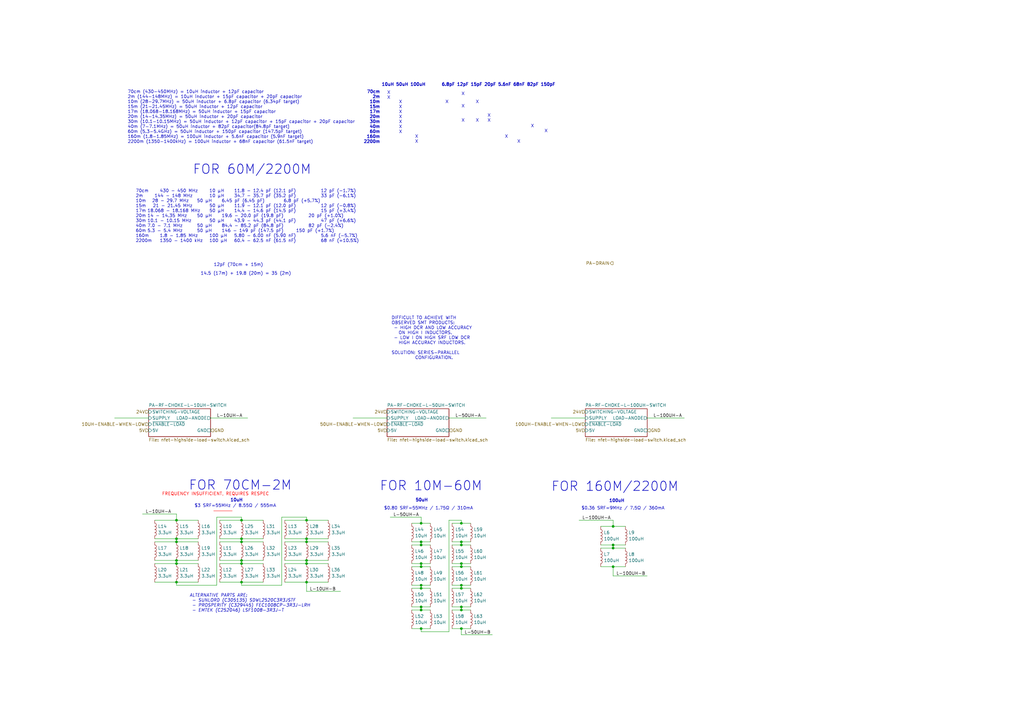
<source format=kicad_sch>
(kicad_sch (version 20231120) (generator "eeschema") (generator_version "8.0")
  (paper "A3")
  (lib_symbols
    (symbol "Device:L" (pin_numbers hide) (pin_names (offset 1.016) hide)
      (property "Reference" "L" (at -1.27 0 90))
      (property "Value" "L" (at 1.905 0 90))
      (symbol "L_0_1"
        (arc (start 0 -2.54) (mid 0.6323 -1.905) (end 0 -1.27))
        (arc (start 0 -1.27) (mid 0.6323 -0.635) (end 0 0))
        (arc (start 0 0) (mid 0.6323 0.635) (end 0 1.27))
        (arc (start 0 1.27) (mid 0.6323 1.905) (end 0 2.54))
      )
      (symbol "L_1_1"
        (pin passive line (at 0 3.81 270) (length 1.27) (name "1") (number "1"))
        (pin passive line (at 0 -3.81 90) (length 1.27) (name "2") (number "2"))
      )
    )
  )
  (junction (at 189.23 231.14))
  (junction (at 99.06 220.98))
  (junction (at 251.46 223.52))
  (junction (at 172.72 250.19))
  (junction (at 189.23 214.63))
  (junction (at 189.23 232.41))
  (junction (at 189.23 257.81))
  (junction (at 99.06 222.25))
  (junction (at 72.39 229.87))
  (junction (at 125.73 231.14))
  (junction (at 251.46 224.79))
  (junction (at 172.72 257.81))
  (junction (at 99.06 238.76))
  (junction (at 172.72 214.63))
  (junction (at 172.72 223.52))
  (junction (at 172.72 240.03))
  (junction (at 172.72 231.14))
  (junction (at 72.39 213.36))
  (junction (at 125.73 238.76))
  (junction (at 72.39 231.14))
  (junction (at 189.23 250.19))
  (junction (at 125.73 220.98))
  (junction (at 251.46 232.41))
  (junction (at 189.23 248.92))
  (junction (at 125.73 213.36))
  (junction (at 99.06 213.36))
  (junction (at 72.39 238.76))
  (junction (at 125.73 229.87))
  (junction (at 172.72 222.25))
  (junction (at 251.46 215.9))
  (junction (at 172.72 248.92))
  (junction (at 189.23 241.3))
  (junction (at 125.73 222.25))
  (junction (at 172.72 232.41))
  (junction (at 72.39 220.98))
  (junction (at 189.23 240.03))
  (junction (at 172.72 241.3))
  (junction (at 72.39 222.25))
  (junction (at 189.23 223.52))
  (junction (at 99.06 231.14))
  (junction (at 189.23 222.25))
  (junction (at 99.06 229.87))
  (wire (pts (xy 72.39 220.98) (xy 81.28 220.98)))
  (wire (pts (xy 90.17 220.98) (xy 99.06 220.98)))
  (wire (pts (xy 125.73 238.76) (xy 125.73 242.57)))
  (wire (pts (xy 246.38 215.9) (xy 251.46 215.9)))
  (wire (pts (xy 58.42 210.82) (xy 72.39 210.82)))
  (wire (pts (xy 185.42 250.19) (xy 189.23 250.19)))
  (wire (pts (xy 86.36 171.45) (xy 101.6 171.45)))
  (wire (pts (xy 189.23 222.25) (xy 189.23 223.52)))
  (wire (pts (xy 172.72 222.25) (xy 176.53 222.25)))
  (wire (pts (xy 125.73 231.14) (xy 134.62 231.14)))
  (wire (pts (xy 172.72 248.92) (xy 172.72 250.19)))
  (wire (pts (xy 189.23 257.81) (xy 189.23 260.35)))
  (wire (pts (xy 265.43 171.45) (xy 280.67 171.45)))
  (wire (pts (xy 115.57 212.09) (xy 115.57 240.03)))
  (wire (pts (xy 237.49 213.36) (xy 251.46 213.36)))
  (wire (pts (xy 72.39 231.14) (xy 81.28 231.14)))
  (wire (pts (xy 251.46 223.52) (xy 256.54 223.52)))
  (wire (pts (xy 189.23 241.3) (xy 193.04 241.3)))
  (wire (pts (xy 251.46 213.36) (xy 251.46 215.9)))
  (wire (pts (xy 72.39 213.36) (xy 81.28 213.36)))
  (wire (pts (xy 189.23 232.41) (xy 193.04 232.41)))
  (wire (pts (xy 226.06 171.45) (xy 240.03 171.45)))
  (wire (pts (xy 99.06 212.09) (xy 99.06 213.36)))
  (wire (pts (xy 168.91 250.19) (xy 172.72 250.19)))
  (wire (pts (xy 72.39 222.25) (xy 81.28 222.25)))
  (wire (pts (xy 125.73 229.87) (xy 134.62 229.87)))
  (wire (pts (xy 185.42 214.63) (xy 189.23 214.63)))
  (wire (pts (xy 172.72 257.81) (xy 176.53 257.81)))
  (wire (pts (xy 125.73 242.57) (xy 139.7 242.57)))
  (wire (pts (xy 189.23 248.92) (xy 189.23 250.19)))
  (wire (pts (xy 246.38 232.41) (xy 251.46 232.41)))
  (wire (pts (xy 90.17 229.87) (xy 99.06 229.87)))
  (wire (pts (xy 125.73 238.76) (xy 134.62 238.76)))
  (wire (pts (xy 99.06 220.98) (xy 107.95 220.98)))
  (wire (pts (xy 184.15 171.45) (xy 199.39 171.45)))
  (wire (pts (xy 72.39 229.87) (xy 72.39 231.14)))
  (wire (pts (xy 168.91 222.25) (xy 172.72 222.25)))
  (wire (pts (xy 116.84 213.36) (xy 125.73 213.36)))
  (wire (pts (xy 125.73 213.36) (xy 134.62 213.36)))
  (wire (pts (xy 99.06 229.87) (xy 99.06 231.14)))
  (wire (pts (xy 90.17 231.14) (xy 99.06 231.14)))
  (wire (pts (xy 63.5 213.36) (xy 72.39 213.36)))
  (wire (pts (xy 90.17 238.76) (xy 99.06 238.76)))
  (wire (pts (xy 116.84 229.87) (xy 125.73 229.87)))
  (wire (pts (xy 125.73 212.09) (xy 125.73 213.36)))
  (wire (pts (xy 88.9 240.03) (xy 88.9 212.09)))
  (wire (pts (xy 144.78 171.45) (xy 158.75 171.45)))
  (wire (pts (xy 172.72 240.03) (xy 172.72 241.3)))
  (wire (pts (xy 172.72 231.14) (xy 172.72 232.41)))
  (wire (pts (xy 72.39 238.76) (xy 81.28 238.76)))
  (wire (pts (xy 99.06 229.87) (xy 107.95 229.87)))
  (wire (pts (xy 168.91 214.63) (xy 172.72 214.63)))
  (wire (pts (xy 189.23 240.03) (xy 189.23 241.3)))
  (wire (pts (xy 189.23 231.14) (xy 189.23 232.41)))
  (wire (pts (xy 172.72 259.08) (xy 184.15 259.08)))
  (wire (pts (xy 172.72 257.81) (xy 172.72 259.08)))
  (wire (pts (xy 189.23 250.19) (xy 193.04 250.19)))
  (wire (pts (xy 251.46 236.22) (xy 265.43 236.22)))
  (wire (pts (xy 116.84 231.14) (xy 125.73 231.14)))
  (wire (pts (xy 189.23 260.35) (xy 201.93 260.35)))
  (wire (pts (xy 185.42 223.52) (xy 189.23 223.52)))
  (wire (pts (xy 172.72 232.41) (xy 176.53 232.41)))
  (wire (pts (xy 72.39 238.76) (xy 72.39 240.03)))
  (wire (pts (xy 63.5 238.76) (xy 72.39 238.76)))
  (wire (pts (xy 246.38 224.79) (xy 251.46 224.79)))
  (wire (pts (xy 172.72 212.09) (xy 172.72 214.63)))
  (wire (pts (xy 116.84 238.76) (xy 125.73 238.76)))
  (wire (pts (xy 90.17 213.36) (xy 99.06 213.36)))
  (wire (pts (xy 172.72 250.19) (xy 176.53 250.19)))
  (wire (pts (xy 46.99 171.45) (xy 60.96 171.45)))
  (wire (pts (xy 88.9 212.09) (xy 99.06 212.09)))
  (wire (pts (xy 63.5 231.14) (xy 72.39 231.14)))
  (wire (pts (xy 63.5 220.98) (xy 72.39 220.98)))
  (wire (pts (xy 184.15 213.36) (xy 189.23 213.36)))
  (wire (pts (xy 115.57 212.09) (xy 125.73 212.09)))
  (wire (pts (xy 63.5 222.25) (xy 72.39 222.25)))
  (wire (pts (xy 189.23 240.03) (xy 193.04 240.03)))
  (wire (pts (xy 172.72 223.52) (xy 176.53 223.52)))
  (wire (pts (xy 168.91 240.03) (xy 172.72 240.03)))
  (wire (pts (xy 99.06 238.76) (xy 99.06 240.03)))
  (wire (pts (xy 251.46 232.41) (xy 256.54 232.41)))
  (wire (pts (xy 72.39 240.03) (xy 88.9 240.03)))
  (wire (pts (xy 172.72 222.25) (xy 172.72 223.52)))
  (wire (pts (xy 125.73 222.25) (xy 134.62 222.25)))
  (wire (pts (xy 90.17 222.25) (xy 99.06 222.25)))
  (wire (pts (xy 185.42 231.14) (xy 189.23 231.14)))
  (wire (pts (xy 168.91 231.14) (xy 172.72 231.14)))
  (wire (pts (xy 185.42 222.25) (xy 189.23 222.25)))
  (wire (pts (xy 72.39 210.82) (xy 72.39 213.36)))
  (wire (pts (xy 185.42 232.41) (xy 189.23 232.41)))
  (wire (pts (xy 116.84 222.25) (xy 125.73 222.25)))
  (wire (pts (xy 185.42 241.3) (xy 189.23 241.3)))
  (wire (pts (xy 168.91 257.81) (xy 172.72 257.81)))
  (wire (pts (xy 168.91 241.3) (xy 172.72 241.3)))
  (wire (pts (xy 189.23 222.25) (xy 193.04 222.25)))
  (wire (pts (xy 246.38 223.52) (xy 251.46 223.52)))
  (wire (pts (xy 189.23 213.36) (xy 189.23 214.63)))
  (wire (pts (xy 63.5 229.87) (xy 72.39 229.87)))
  (wire (pts (xy 185.42 257.81) (xy 189.23 257.81)))
  (wire (pts (xy 189.23 214.63) (xy 193.04 214.63)))
  (wire (pts (xy 99.06 213.36) (xy 107.95 213.36)))
  (wire (pts (xy 99.06 220.98) (xy 99.06 222.25)))
  (wire (pts (xy 99.06 238.76) (xy 107.95 238.76)))
  (wire (pts (xy 168.91 248.92) (xy 172.72 248.92)))
  (wire (pts (xy 99.06 240.03) (xy 115.57 240.03)))
  (wire (pts (xy 172.72 214.63) (xy 176.53 214.63)))
  (wire (pts (xy 184.15 259.08) (xy 184.15 213.36)))
  (wire (pts (xy 72.39 220.98) (xy 72.39 222.25)))
  (wire (pts (xy 172.72 241.3) (xy 176.53 241.3)))
  (wire (pts (xy 99.06 222.25) (xy 107.95 222.25)))
  (wire (pts (xy 72.39 229.87) (xy 81.28 229.87)))
  (wire (pts (xy 99.06 231.14) (xy 107.95 231.14)))
  (wire (pts (xy 125.73 229.87) (xy 125.73 231.14)))
  (wire (pts (xy 189.23 223.52) (xy 193.04 223.52)))
  (wire (pts (xy 251.46 232.41) (xy 251.46 236.22)))
  (wire (pts (xy 172.72 231.14) (xy 176.53 231.14)))
  (wire (pts (xy 251.46 223.52) (xy 251.46 224.79)))
  (polyline (pts (xy 87.63 209.55) (xy 95.25 209.55)) (stroke (width 0) (color 255 0 0 1)))
  (wire (pts (xy 251.46 215.9) (xy 256.54 215.9)))
  (wire (pts (xy 172.72 248.92) (xy 176.53 248.92)))
  (wire (pts (xy 125.73 220.98) (xy 134.62 220.98)))
  (wire (pts (xy 189.23 231.14) (xy 193.04 231.14)))
  (wire (pts (xy 189.23 257.81) (xy 193.04 257.81)))
  (wire (pts (xy 172.72 240.03) (xy 176.53 240.03)))
  (wire (pts (xy 185.42 240.03) (xy 189.23 240.03)))
  (wire (pts (xy 189.23 248.92) (xy 193.04 248.92)))
  (wire (pts (xy 116.84 220.98) (xy 125.73 220.98)))
  (wire (pts (xy 160.02 212.09) (xy 172.72 212.09)))
  (wire (pts (xy 168.91 232.41) (xy 172.72 232.41)))
  (wire (pts (xy 168.91 223.52) (xy 172.72 223.52)))
  (wire (pts (xy 251.46 224.79) (xy 256.54 224.79)))
  (wire (pts (xy 125.73 220.98) (xy 125.73 222.25)))
  (wire (pts (xy 185.42 248.92) (xy 189.23 248.92)))
  (text "12pF (70cm + 15m)" (at 97.79 108.712 0) (effects (font (size 1.27 1.27))))
  (text "X" (at 189.23 37.846 0) (effects (font (size 1.27 1.27)) (justify left top)))
  (text "X" (at 212.09 57.404 0) (effects (font (size 1.27 1.27)) (justify left top)))
  (text "ALTERNATIVE PARTS ARE:\n - SUNLORD (C305135) SDWL2520C3R3JSTF\n - PROSPERITY (C329445) FEC1008CP-3R3J-LRH\n - EMTEK (C252046) LSF1008-3R3J-T" (at 77.724 247.396 0) (effects (font (size 1.27 1.27) (italic yes)) (justify left)))
  (text "X" (at 189.23 48.768 0) (effects (font (size 1.27 1.27)) (justify left top)))
  (text "FREQUENCY INSUFFICIENT, REQUIRES RESPEC" (at 88.392 202.692 0) (effects (font (size 1.27 1.27))))
  (text "50uH" (at 172.974 205.232 0) (effects (font (size 1.27 1.27) (thickness 0.254) (bold yes))))
  (text "X" (at 195.072 48.768 0) (effects (font (size 1.27 1.27)) (justify left top)))
  (text "$0.36 SRF=9MHz / 7.5Ω / 360mA" (at 255.524 208.534 0) (effects (font (size 1.27 1.27))))
  (text "X" (at 223.266 53.086 0) (effects (font (size 1.27 1.27)) (justify left top)))
  (text "X" (at 182.626 41.148 0) (effects (font (size 1.27 1.27)) (justify left top)))
  (text "FOR 10M-60M" (at 176.784 199.39 0) (effects (font (size 3.81 3.81) (thickness 0.254) (bold yes))))
  (text "X" (at 189.23 42.926 0) (effects (font (size 1.27 1.27)) (justify left top)))
  (text "X" (at 195.072 41.148 0) (effects (font (size 1.27 1.27)) (justify left top)))
  (text "100uH" (at 252.984 205.486 0) (effects (font (size 1.27 1.27) (thickness 0.254) (bold yes))))
  (text "70cm	430 - 450 MHz	10 µH	11.8 - 12.4 pF (12.1 pF)	12 pF (−1.7%)\n2m	   144 - 148 MHz	10 µH	34.7 - 35.7 pF (35.2 pF)	33 pF (−6.1%)\n10m	  28 - 29.7 MHz	50 µH	6.45 pF (6.45 pF)	6.8 pF (+5.7%)\n15m   21 - 21.45 MHz	50 µH	11.9 - 12.1 pF (12.0 pF)	12 pF (−0.8%)\n17m	18.068 - 18.168 MHz	50 µH	14.4 - 14.6 pF (14.5 pF)	15 pF (+3.4%)\n20m	14 - 14.35 MHz	50 µH	19.6 - 20.0 pF (19.8 pF)	20 pF (+1.0%)\n30m	10.1 - 10.15 MHz	50 µH	43.9 - 44.3 pF (44.1 pF)	47 pF (+6.6%)\n40m	7.0 - 7.1 MHz	50 µH	84.4 - 85.2 pF (84.8 pF)	82 pF (−2.4%)\n60m	5.3 - 5.4 MHz	50 µH	146 - 149 pF (147.5 pF)	150 pF (+1.7%)\n160m	1.8 - 1.85 MHz	100 µH	5.80 - 6.00 nF (5.90 nF)	5.6 nF (−5.7%)\n2200m	1350 - 1400 kHz	100 µH	60.4 - 62.5 nF (61.5 nF)	68 nF (+10.5%)" (at 55.626 88.646 0) (effects (font (size 1.27 1.27)) (justify left)))
  (text "FOR 160M/2200M" (at 252.222 199.644 0) (effects (font (size 3.81 3.81) (thickness 0.254) (bold yes))))
  (text "FOR 70CM-2M" (at 98.552 199.136 0) (effects (font (size 3.81 3.81) (thickness 0.254) (bold yes))))
  (text "$3 SRF=55MHz / 8.55Ω / 555mA" (at 96.52 207.518 0) (effects (font (size 1.27 1.27))))
  (text "X" (at 199.898 46.736 0) (effects (font (size 1.27 1.27)) (justify left top)))
  (text "FOR 60M/2200M" (at 103.378 69.596 0) (effects (font (size 3.81 3.81) (thickness 0.254) (bold yes))))
  (text "10uH" (at 97.028 205.232 0) (effects (font (size 1.27 1.27) (thickness 0.254) (bold yes))))
  (text "$0.80 SRF=55MHz / 1.75Ω / 310mA\n" (at 175.768 208.534 0) (effects (font (size 1.27 1.27))))
  (text "X" (at 217.678 51.054 0) (effects (font (size 1.27 1.27)) (justify left top)))
  (text "X\nX" (at 170.18 55.372 0) (effects (font (size 1.27 1.27)) (justify left top)))
  (text "14.5 (17m) + 19.8 (20m) = 35 (2m)" (at 100.838 112.268 0) (effects (font (size 1.27 1.27))))
  (text "70cm\n2m\n10m\n15m\n17m\n20m\n30m\n40m\n60m\n160m\n2200m" (at 155.956 48.006 0) (effects (font (size 1.27 1.27) (thickness 0.254) (bold yes)) (justify right)))
  (text "X\nX" (at 158.75 37.338 0) (effects (font (size 1.27 1.27)) (justify left top)))
  (text "X" (at 207.01 55.372 0) (effects (font (size 1.27 1.27)) (justify left top)))
  (text "X" (at 199.898 48.768 0) (effects (font (size 1.27 1.27)) (justify left top)))
  (text "\n\nX\nX\nX\nX\nX\nX\nX" (at 163.576 37.084 0) (effects (font (size 1.27 1.27)) (justify left top)))
  (text "DIFFICULT TO ACHIEVE WITH\nOBSERVED SMT PRODUCTS:\n - HIGH DCR AND LOW ACCURACY\n   ON HIGH I INDUCTORS.\n - LOW I ON HIGH SRF LOW DCR\n   HIGH ACCURACY INDUCTORS.\n\nSOLUTION: SERIES-PARALLEL\n          CONFIGURATION." (at 160.528 138.684 0) (effects (font (size 1.27 1.27)) (justify left)))
  (text "70cm (430-450MHz) = 10uH inductor + 12pF capacitor\n2m (144-148MHz) = 10uH inductor + 15pF capacitor + 20pF capacitor\n10m (28-29.7MHz) = 50uH inductor + 6.8pF capacitor (6.34pF target)\n15m (21-21.45MHz) = 50uH inductor + 12pF capacitor\n17m (18.068-18.168MHz) = 50uH inductor + 15pF capacitor\n20m (14-14.35MHz) = 50uH inductor + 20pF capacitor\n30m (10.1-10.15MHz) = 50uH inductor + 12pF capacitor + 15pF capacitor + 20pF capacitor\n40m (7-7.1MHz) = 50uH inductor + 82pF capacitor(84.8pF target)\n60m (5.3-5.4GHz) = 50uH inductor + 150pF capacitor (147.5pF target)\n160m (1.8-1.85MHz) = 100uH inductor + 5.6nF capacitor (5.9nF target)\n2200m (1350-1400kHz) = 100uH inductor + 68nF capacitor (61.5nF target)" (at 52.324 48.006 0) (effects (font (size 1.27 1.27)) (justify left)))
  (text "10uH 50uH 100uH       6.8pF 12pF 15pF 20pF 5.6nF 68nF 82pF 150pF" (at 156.464 34.798 0) (effects (font (size 1.27 1.27) (thickness 0.254) (bold yes)) (justify left)))
  (label "L-100UH-A" (at 267.97 171.45 0))
  (label "L-50UH-B" (at 190.5 260.35 0))
  (label "L-50UH-A" (at 186.69 171.45 0))
  (label "L-50UH-A" (at 161.29 212.09 0))
  (label "L-10UH-A" (at 59.69 210.82 0))
  (label "L-10UH-A" (at 88.9 171.45 0))
  (label "L-100UH-A" (at 238.76 213.36 0))
  (label "L-100UH-B" (at 252.73 236.22 0))
  (label "L-10UH-B" (at 127 242.57 0))
  (hierarchical_label "24V" (shape input) (at 158.75 168.91 180))
  (hierarchical_label "24V" (shape input) (at 240.03 168.91 180))
  (hierarchical_label "100UH-ENABLE-WHEN-LOW" (shape input) (at 240.03 173.99 180))
  (hierarchical_label "GND" (shape input) (at 184.15 176.53 0))
  (hierarchical_label "GND" (shape input) (at 86.36 176.53 0))
  (hierarchical_label "10UH-ENABLE-WHEN-LOW" (shape input) (at 60.96 173.99 180))
  (hierarchical_label "5V" (shape input) (at 240.03 176.53 180))
  (hierarchical_label "GND" (shape input) (at 265.43 176.53 0))
  (hierarchical_label "50UH-ENABLE-WHEN-LOW" (shape input) (at 158.75 173.99 180))
  (hierarchical_label "5V" (shape input) (at 60.96 176.53 180))
  (hierarchical_label "5V" (shape input) (at 158.75 176.53 180))
  (hierarchical_label "24V" (shape input) (at 60.96 168.91 180))
  (hierarchical_label "PA-DRAIN" (shape output) (at 251.46 107.95 180))
  (symbol (lib_id "Device:L") (at 134.62 226.06 0) (unit 1)
    (property "Reference" "L35" (at 135.89 224.7899 0) (effects (justify left)))
    (property "Value" "3.3uH" (at 135.89 227.3299 0) (effects (justify left)))
    (property "Footprint" "Inductor_SMD:L_1008_2520Metric" (effects (hide yes)))
    (property "Datasheet" "https://wmsc.lcsc.com/wmsc/upload/file/pdf/v2/lcsc/2304140030_TDK-NLV25T-3R3J-EFD_C295353.pdf" (effects (hide yes)))
    (property "Description" "185mA 3.3uH ±5% 1008 Power Inductors ROHS" (effects (hide yes)))
    (property "LCSC Part #" "C295353" (effects (hide yes)))
    (property "MPN" "NLV25T-3R3J-EFD" (effects (hide yes)))
    (property "Manufacturer" "TDK" (effects (hide yes)))
  )
  (symbol (lib_id "Device:L") (at 185.42 245.11 0) (unit 1)
    (property "Reference" "L57" (at 186.69 243.8399 0) (effects (justify left)))
    (property "Value" "10uH" (at 186.69 246.3799 0) (effects (justify left)))
    (property "Footprint" "Inductor_SMD:L_1008_2520Metric" (effects (hide yes)))
    (property "Datasheet" "https://wmsc.lcsc.com/wmsc/upload/file/pdf/v2/lcsc/2304140030_TDK-NLV25T-100J-PF_C76825.pdf" (effects (hide yes)))
    (property "Description" "155mA 10uH ±5% 1008 Power Inductors ROHS" (effects (hide yes)))
    (property "LCSC Part #" "C76825" (effects (hide yes)))
    (property "MPN" "NLV25T-100J-PF" (effects (hide yes)))
    (property "Manufacturer" "TDK" (effects (hide yes)))
  )
  (symbol (lib_id "Device:L") (at 193.04 218.44 0) (unit 1)
    (property "Reference" "L59" (at 194.31 217.1699 0) (effects (justify left)))
    (property "Value" "10uH" (at 194.31 219.7099 0) (effects (justify left)))
    (property "Footprint" "Inductor_SMD:L_1008_2520Metric" (effects (hide yes)))
    (property "Datasheet" "https://wmsc.lcsc.com/wmsc/upload/file/pdf/v2/lcsc/2304140030_TDK-NLV25T-100J-PF_C76825.pdf" (effects (hide yes)))
    (property "Description" "155mA 10uH ±5% 1008 Power Inductors ROHS" (effects (hide yes)))
    (property "LCSC Part #" "C76825" (effects (hide yes)))
    (property "MPN" "NLV25T-100J-PF" (effects (hide yes)))
    (property "Manufacturer" "TDK" (effects (hide yes)))
  )
  (symbol (lib_id "Device:L") (at 246.38 219.71 0) (unit 1)
    (property "Reference" "L6" (at 247.65 218.4399 0) (effects (justify left)))
    (property "Value" "100uH" (at 247.65 220.9799 0) (effects (justify left)))
    (property "Footprint" "Inductor_SMD:L_0805_2012Metric" (effects (hide yes)))
    (property "Datasheet" "https://wmsc.lcsc.com/wmsc/upload/file/pdf/v2/lcsc/2306021139_MetalLions-MLW2012RF-101KT_C2885956.pdf" (effects (hide yes)))
    (property "Description" "180mA 100uH ±10% 7.5Ω SMD,1.7x2.3mm Inductors (SMD) ROHS" (effects (hide yes)))
    (property "LCSC Part #" "C2885956" (effects (hide yes)))
    (property "MPN" "MLW2012RF-101KT" (effects (hide yes)))
    (property "Manufacturer" "MetalLions" (effects (hide yes)))
  )
  (symbol (lib_id "Device:L") (at 99.06 217.17 0) (unit 1)
    (property "Reference" "L25" (at 100.33 215.8999 0) (effects (justify left)))
    (property "Value" "3.3uH" (at 100.33 218.4399 0) (effects (justify left)))
    (property "Footprint" "Inductor_SMD:L_1008_2520Metric" (effects (hide yes)))
    (property "Datasheet" "https://wmsc.lcsc.com/wmsc/upload/file/pdf/v2/lcsc/2304140030_TDK-NLV25T-3R3J-EFD_C295353.pdf" (effects (hide yes)))
    (property "Description" "185mA 3.3uH ±5% 1008 Power Inductors ROHS" (effects (hide yes)))
    (property "LCSC Part #" "C295353" (effects (hide yes)))
    (property "MPN" "NLV25T-3R3J-EFD" (effects (hide yes)))
    (property "Manufacturer" "TDK" (effects (hide yes)))
  )
  (symbol (lib_id "Device:L") (at 81.28 226.06 0) (unit 1)
    (property "Reference" "L19" (at 82.55 224.7899 0) (effects (justify left)))
    (property "Value" "3.3uH" (at 82.55 227.3299 0) (effects (justify left)))
    (property "Footprint" "Inductor_SMD:L_1008_2520Metric" (effects (hide yes)))
    (property "Datasheet" "https://wmsc.lcsc.com/wmsc/upload/file/pdf/v2/lcsc/2304140030_TDK-NLV25T-3R3J-EFD_C295353.pdf" (effects (hide yes)))
    (property "Description" "185mA 3.3uH ±5% 1008 Power Inductors ROHS" (effects (hide yes)))
    (property "LCSC Part #" "C295353" (effects (hide yes)))
    (property "MPN" "NLV25T-3R3J-EFD" (effects (hide yes)))
    (property "Manufacturer" "TDK" (effects (hide yes)))
  )
  (symbol (lib_id "Device:L") (at 193.04 227.33 0) (unit 1)
    (property "Reference" "L60" (at 194.31 226.0599 0) (effects (justify left)))
    (property "Value" "10uH" (at 194.31 228.5999 0) (effects (justify left)))
    (property "Footprint" "Inductor_SMD:L_1008_2520Metric" (effects (hide yes)))
    (property "Datasheet" "https://wmsc.lcsc.com/wmsc/upload/file/pdf/v2/lcsc/2304140030_TDK-NLV25T-100J-PF_C76825.pdf" (effects (hide yes)))
    (property "Description" "155mA 10uH ±5% 1008 Power Inductors ROHS" (effects (hide yes)))
    (property "LCSC Part #" "C76825" (effects (hide yes)))
    (property "MPN" "NLV25T-100J-PF" (effects (hide yes)))
    (property "Manufacturer" "TDK" (effects (hide yes)))
  )
  (symbol (lib_id "Device:L") (at 246.38 228.6 0) (unit 1)
    (property "Reference" "L7" (at 247.65 227.3299 0) (effects (justify left)))
    (property "Value" "100uH" (at 247.65 229.8699 0) (effects (justify left)))
    (property "Footprint" "Inductor_SMD:L_0805_2012Metric" (effects (hide yes)))
    (property "Datasheet" "https://wmsc.lcsc.com/wmsc/upload/file/pdf/v2/lcsc/2306021139_MetalLions-MLW2012RF-101KT_C2885956.pdf" (effects (hide yes)))
    (property "Description" "180mA 100uH ±10% 7.5Ω SMD,1.7x2.3mm Inductors (SMD) ROHS" (effects (hide yes)))
    (property "LCSC Part #" "C2885956" (effects (hide yes)))
    (property "MPN" "MLW2012RF-101KT" (effects (hide yes)))
    (property "Manufacturer" "MetalLions" (effects (hide yes)))
  )
  (symbol (lib_id "Device:L") (at 90.17 217.17 0) (unit 1)
    (property "Reference" "L10" (at 91.44 215.8999 0) (effects (justify left)))
    (property "Value" "3.3uH" (at 91.44 218.4399 0) (effects (justify left)))
    (property "Footprint" "Inductor_SMD:L_1008_2520Metric" (effects (hide yes)))
    (property "Datasheet" "https://wmsc.lcsc.com/wmsc/upload/file/pdf/v2/lcsc/2304140030_TDK-NLV25T-3R3J-EFD_C295353.pdf" (effects (hide yes)))
    (property "Description" "185mA 3.3uH ±5% 1008 Power Inductors ROHS" (effects (hide yes)))
    (property "LCSC Part #" "C295353" (effects (hide yes)))
    (property "MPN" "NLV25T-3R3J-EFD" (effects (hide yes)))
    (property "Manufacturer" "TDK" (effects (hide yes)))
  )
  (symbol (lib_id "Device:L") (at 107.95 226.06 0) (unit 1)
    (property "Reference" "L32" (at 109.22 224.7899 0) (effects (justify left)))
    (property "Value" "3.3uH" (at 109.22 227.3299 0) (effects (justify left)))
    (property "Footprint" "Inductor_SMD:L_1008_2520Metric" (effects (hide yes)))
    (property "Datasheet" "https://wmsc.lcsc.com/wmsc/upload/file/pdf/v2/lcsc/2304140030_TDK-NLV25T-3R3J-EFD_C295353.pdf" (effects (hide yes)))
    (property "Description" "185mA 3.3uH ±5% 1008 Power Inductors ROHS" (effects (hide yes)))
    (property "LCSC Part #" "C295353" (effects (hide yes)))
    (property "MPN" "NLV25T-3R3J-EFD" (effects (hide yes)))
    (property "Manufacturer" "TDK" (effects (hide yes)))
  )
  (symbol (lib_id "Device:L") (at 168.91 245.11 0) (unit 1)
    (property "Reference" "L50" (at 170.18 243.8399 0) (effects (justify left)))
    (property "Value" "10uH" (at 170.18 246.3799 0) (effects (justify left)))
    (property "Footprint" "Inductor_SMD:L_1008_2520Metric" (effects (hide yes)))
    (property "Datasheet" "https://wmsc.lcsc.com/wmsc/upload/file/pdf/v2/lcsc/2304140030_TDK-NLV25T-100J-PF_C76825.pdf" (effects (hide yes)))
    (property "Description" "155mA 10uH ±5% 1008 Power Inductors ROHS" (effects (hide yes)))
    (property "LCSC Part #" "C76825" (effects (hide yes)))
    (property "MPN" "NLV25T-100J-PF" (effects (hide yes)))
    (property "Manufacturer" "TDK" (effects (hide yes)))
  )
  (symbol (lib_id "Device:L") (at 176.53 236.22 0) (unit 1)
    (property "Reference" "L49" (at 177.8 234.9499 0) (effects (justify left)))
    (property "Value" "10uH" (at 177.8 237.4899 0) (effects (justify left)))
    (property "Footprint" "Inductor_SMD:L_1008_2520Metric" (effects (hide yes)))
    (property "Datasheet" "https://wmsc.lcsc.com/wmsc/upload/file/pdf/v2/lcsc/2304140030_TDK-NLV25T-100J-PF_C76825.pdf" (effects (hide yes)))
    (property "Description" "155mA 10uH ±5% 1008 Power Inductors ROHS" (effects (hide yes)))
    (property "LCSC Part #" "C76825" (effects (hide yes)))
    (property "MPN" "NLV25T-100J-PF" (effects (hide yes)))
    (property "Manufacturer" "TDK" (effects (hide yes)))
  )
  (symbol (lib_id "Device:L") (at 99.06 226.06 0) (unit 1)
    (property "Reference" "L26" (at 100.33 224.7899 0) (effects (justify left)))
    (property "Value" "3.3uH" (at 100.33 227.3299 0) (effects (justify left)))
    (property "Footprint" "Inductor_SMD:L_1008_2520Metric" (effects (hide yes)))
    (property "Datasheet" "https://wmsc.lcsc.com/wmsc/upload/file/pdf/v2/lcsc/2304140030_TDK-NLV25T-3R3J-EFD_C295353.pdf" (effects (hide yes)))
    (property "Description" "185mA 3.3uH ±5% 1008 Power Inductors ROHS" (effects (hide yes)))
    (property "LCSC Part #" "C295353" (effects (hide yes)))
    (property "MPN" "NLV25T-3R3J-EFD" (effects (hide yes)))
    (property "Manufacturer" "TDK" (effects (hide yes)))
  )
  (symbol (lib_id "Device:L") (at 125.73 226.06 0) (unit 1)
    (property "Reference" "L29" (at 127 224.7899 0) (effects (justify left)))
    (property "Value" "3.3uH" (at 127 227.3299 0) (effects (justify left)))
    (property "Footprint" "Inductor_SMD:L_1008_2520Metric" (effects (hide yes)))
    (property "Datasheet" "https://wmsc.lcsc.com/wmsc/upload/file/pdf/v2/lcsc/2304140030_TDK-NLV25T-3R3J-EFD_C295353.pdf" (effects (hide yes)))
    (property "Description" "185mA 3.3uH ±5% 1008 Power Inductors ROHS" (effects (hide yes)))
    (property "LCSC Part #" "C295353" (effects (hide yes)))
    (property "MPN" "NLV25T-3R3J-EFD" (effects (hide yes)))
    (property "Manufacturer" "TDK" (effects (hide yes)))
  )
  (symbol (lib_id "Device:L") (at 134.62 217.17 0) (unit 1)
    (property "Reference" "L34" (at 135.89 215.8999 0) (effects (justify left)))
    (property "Value" "3.3uH" (at 135.89 218.4399 0) (effects (justify left)))
    (property "Footprint" "Inductor_SMD:L_1008_2520Metric" (effects (hide yes)))
    (property "Datasheet" "https://wmsc.lcsc.com/wmsc/upload/file/pdf/v2/lcsc/2304140030_TDK-NLV25T-3R3J-EFD_C295353.pdf" (effects (hide yes)))
    (property "Description" "185mA 3.3uH ±5% 1008 Power Inductors ROHS" (effects (hide yes)))
    (property "LCSC Part #" "C295353" (effects (hide yes)))
    (property "MPN" "NLV25T-3R3J-EFD" (effects (hide yes)))
    (property "Manufacturer" "TDK" (effects (hide yes)))
  )
  (symbol (lib_id "Device:L") (at 81.28 217.17 0) (unit 1)
    (property "Reference" "L16" (at 82.55 215.8999 0) (effects (justify left)))
    (property "Value" "3.3uH" (at 82.55 218.4399 0) (effects (justify left)))
    (property "Footprint" "Inductor_SMD:L_1008_2520Metric" (effects (hide yes)))
    (property "Datasheet" "https://wmsc.lcsc.com/wmsc/upload/file/pdf/v2/lcsc/2304140030_TDK-NLV25T-3R3J-EFD_C295353.pdf" (effects (hide yes)))
    (property "Description" "185mA 3.3uH ±5% 1008 Power Inductors ROHS" (effects (hide yes)))
    (property "LCSC Part #" "C295353" (effects (hide yes)))
    (property "MPN" "NLV25T-3R3J-EFD" (effects (hide yes)))
    (property "Manufacturer" "TDK" (effects (hide yes)))
  )
  (symbol (lib_id "Device:L") (at 176.53 245.11 0) (unit 1)
    (property "Reference" "L51" (at 177.8 243.8399 0) (effects (justify left)))
    (property "Value" "10uH" (at 177.8 246.3799 0) (effects (justify left)))
    (property "Footprint" "Inductor_SMD:L_1008_2520Metric" (effects (hide yes)))
    (property "Datasheet" "https://wmsc.lcsc.com/wmsc/upload/file/pdf/v2/lcsc/2304140030_TDK-NLV25T-100J-PF_C76825.pdf" (effects (hide yes)))
    (property "Description" "155mA 10uH ±5% 1008 Power Inductors ROHS" (effects (hide yes)))
    (property "LCSC Part #" "C76825" (effects (hide yes)))
    (property "MPN" "NLV25T-100J-PF" (effects (hide yes)))
    (property "Manufacturer" "TDK" (effects (hide yes)))
  )
  (symbol (lib_id "Device:L") (at 81.28 234.95 0) (unit 1)
    (property "Reference" "L22" (at 82.55 233.6799 0) (effects (justify left)))
    (property "Value" "3.3uH" (at 82.55 236.2199 0) (effects (justify left)))
    (property "Footprint" "Inductor_SMD:L_1008_2520Metric" (effects (hide yes)))
    (property "Datasheet" "https://wmsc.lcsc.com/wmsc/upload/file/pdf/v2/lcsc/2304140030_TDK-NLV25T-3R3J-EFD_C295353.pdf" (effects (hide yes)))
    (property "Description" "185mA 3.3uH ±5% 1008 Power Inductors ROHS" (effects (hide yes)))
    (property "LCSC Part #" "C295353" (effects (hide yes)))
    (property "MPN" "NLV25T-3R3J-EFD" (effects (hide yes)))
    (property "Manufacturer" "TDK" (effects (hide yes)))
  )
  (symbol (lib_id "Device:L") (at 176.53 254 0) (unit 1)
    (property "Reference" "L53" (at 177.8 252.7299 0) (effects (justify left)))
    (property "Value" "10uH" (at 177.8 255.2699 0) (effects (justify left)))
    (property "Footprint" "Inductor_SMD:L_1008_2520Metric" (effects (hide yes)))
    (property "Datasheet" "https://wmsc.lcsc.com/wmsc/upload/file/pdf/v2/lcsc/2304140030_TDK-NLV25T-100J-PF_C76825.pdf" (effects (hide yes)))
    (property "Description" "155mA 10uH ±5% 1008 Power Inductors ROHS" (effects (hide yes)))
    (property "LCSC Part #" "C76825" (effects (hide yes)))
    (property "MPN" "NLV25T-100J-PF" (effects (hide yes)))
    (property "Manufacturer" "TDK" (effects (hide yes)))
  )
  (symbol (lib_id "Device:L") (at 63.5 217.17 0) (unit 1)
    (property "Reference" "L14" (at 64.77 215.8999 0) (effects (justify left)))
    (property "Value" "3.3uH" (at 64.77 218.4399 0) (effects (justify left)))
    (property "Footprint" "Inductor_SMD:L_1008_2520Metric" (effects (hide yes)))
    (property "Datasheet" "https://wmsc.lcsc.com/wmsc/upload/file/pdf/v2/lcsc/2304140030_TDK-NLV25T-3R3J-EFD_C295353.pdf" (effects (hide yes)))
    (property "Description" "185mA 3.3uH ±5% 1008 Power Inductors ROHS" (effects (hide yes)))
    (property "LCSC Part #" "C295353" (effects (hide yes)))
    (property "MPN" "NLV25T-3R3J-EFD" (effects (hide yes)))
    (property "Manufacturer" "TDK" (effects (hide yes)))
  )
  (symbol (lib_id "Device:L") (at 116.84 217.17 0) (unit 1)
    (property "Reference" "L13" (at 118.11 215.8999 0) (effects (justify left)))
    (property "Value" "3.3uH" (at 118.11 218.4399 0) (effects (justify left)))
    (property "Footprint" "Inductor_SMD:L_1008_2520Metric" (effects (hide yes)))
    (property "Datasheet" "https://wmsc.lcsc.com/wmsc/upload/file/pdf/v2/lcsc/2304140030_TDK-NLV25T-3R3J-EFD_C295353.pdf" (effects (hide yes)))
    (property "Description" "185mA 3.3uH ±5% 1008 Power Inductors ROHS" (effects (hide yes)))
    (property "LCSC Part #" "C295353" (effects (hide yes)))
    (property "MPN" "NLV25T-3R3J-EFD" (effects (hide yes)))
    (property "Manufacturer" "TDK" (effects (hide yes)))
  )
  (symbol (lib_id "Device:L") (at 107.95 234.95 0) (unit 1)
    (property "Reference" "L33" (at 109.22 233.6799 0) (effects (justify left)))
    (property "Value" "3.3uH" (at 109.22 236.2199 0) (effects (justify left)))
    (property "Footprint" "Inductor_SMD:L_1008_2520Metric" (effects (hide yes)))
    (property "Datasheet" "https://wmsc.lcsc.com/wmsc/upload/file/pdf/v2/lcsc/2304140030_TDK-NLV25T-3R3J-EFD_C295353.pdf" (effects (hide yes)))
    (property "Description" "185mA 3.3uH ±5% 1008 Power Inductors ROHS" (effects (hide yes)))
    (property "LCSC Part #" "C295353" (effects (hide yes)))
    (property "MPN" "NLV25T-3R3J-EFD" (effects (hide yes)))
    (property "Manufacturer" "TDK" (effects (hide yes)))
  )
  (symbol (lib_id "Device:L") (at 90.17 234.95 0) (unit 1)
    (property "Reference" "L12" (at 91.44 233.6799 0) (effects (justify left)))
    (property "Value" "3.3uH" (at 91.44 236.2199 0) (effects (justify left)))
    (property "Footprint" "Inductor_SMD:L_1008_2520Metric" (effects (hide yes)))
    (property "Datasheet" "https://wmsc.lcsc.com/wmsc/upload/file/pdf/v2/lcsc/2304140030_TDK-NLV25T-3R3J-EFD_C295353.pdf" (effects (hide yes)))
    (property "Description" "185mA 3.3uH ±5% 1008 Power Inductors ROHS" (effects (hide yes)))
    (property "LCSC Part #" "C295353" (effects (hide yes)))
    (property "MPN" "NLV25T-3R3J-EFD" (effects (hide yes)))
    (property "Manufacturer" "TDK" (effects (hide yes)))
  )
  (symbol (lib_id "Device:L") (at 256.54 219.71 0) (unit 1)
    (property "Reference" "L9" (at 257.81 218.4399 0) (effects (justify left)))
    (property "Value" "100uH" (at 257.81 220.9799 0) (effects (justify left)))
    (property "Footprint" "Inductor_SMD:L_0805_2012Metric" (effects (hide yes)))
    (property "Datasheet" "https://wmsc.lcsc.com/wmsc/upload/file/pdf/v2/lcsc/2306021139_MetalLions-MLW2012RF-101KT_C2885956.pdf" (effects (hide yes)))
    (property "Description" "180mA 100uH ±10% 7.5Ω SMD,1.7x2.3mm Inductors (SMD) ROHS" (effects (hide yes)))
    (property "LCSC Part #" "C2885956" (effects (hide yes)))
    (property "MPN" "MLW2012RF-101KT" (effects (hide yes)))
    (property "Manufacturer" "MetalLions" (effects (hide yes)))
  )
  (symbol (lib_id "Device:L") (at 107.95 217.17 0) (unit 1)
    (property "Reference" "L31" (at 109.22 215.8999 0) (effects (justify left)))
    (property "Value" "3.3uH" (at 109.22 218.4399 0) (effects (justify left)))
    (property "Footprint" "Inductor_SMD:L_1008_2520Metric" (effects (hide yes)))
    (property "Datasheet" "https://wmsc.lcsc.com/wmsc/upload/file/pdf/v2/lcsc/2304140030_TDK-NLV25T-3R3J-EFD_C295353.pdf" (effects (hide yes)))
    (property "Description" "185mA 3.3uH ±5% 1008 Power Inductors ROHS" (effects (hide yes)))
    (property "LCSC Part #" "C295353" (effects (hide yes)))
    (property "MPN" "NLV25T-3R3J-EFD" (effects (hide yes)))
    (property "Manufacturer" "TDK" (effects (hide yes)))
  )
  (symbol (lib_id "Device:L") (at 185.42 254 0) (unit 1)
    (property "Reference" "L58" (at 186.69 252.7299 0) (effects (justify left)))
    (property "Value" "10uH" (at 186.69 255.2699 0) (effects (justify left)))
    (property "Footprint" "Inductor_SMD:L_1008_2520Metric" (effects (hide yes)))
    (property "Datasheet" "https://wmsc.lcsc.com/wmsc/upload/file/pdf/v2/lcsc/2304140030_TDK-NLV25T-100J-PF_C76825.pdf" (effects (hide yes)))
    (property "Description" "155mA 10uH ±5% 1008 Power Inductors ROHS" (effects (hide yes)))
    (property "LCSC Part #" "C76825" (effects (hide yes)))
    (property "MPN" "NLV25T-100J-PF" (effects (hide yes)))
    (property "Manufacturer" "TDK" (effects (hide yes)))
  )
  (symbol (lib_id "Device:L") (at 72.39 234.95 0) (unit 1)
    (property "Reference" "L21" (at 73.66 233.6799 0) (effects (justify left)))
    (property "Value" "3.3uH" (at 73.66 236.2199 0) (effects (justify left)))
    (property "Footprint" "Inductor_SMD:L_1008_2520Metric" (effects (hide yes)))
    (property "Datasheet" "https://wmsc.lcsc.com/wmsc/upload/file/pdf/v2/lcsc/2304140030_TDK-NLV25T-3R3J-EFD_C295353.pdf" (effects (hide yes)))
    (property "Description" "185mA 3.3uH ±5% 1008 Power Inductors ROHS" (effects (hide yes)))
    (property "LCSC Part #" "C295353" (effects (hide yes)))
    (property "MPN" "NLV25T-3R3J-EFD" (effects (hide yes)))
    (property "Manufacturer" "TDK" (effects (hide yes)))
  )
  (symbol (lib_id "Device:L") (at 125.73 217.17 0) (unit 1)
    (property "Reference" "L28" (at 127 215.8999 0) (effects (justify left)))
    (property "Value" "3.3uH" (at 127 218.4399 0) (effects (justify left)))
    (property "Footprint" "Inductor_SMD:L_1008_2520Metric" (effects (hide yes)))
    (property "Datasheet" "https://wmsc.lcsc.com/wmsc/upload/file/pdf/v2/lcsc/2304140030_TDK-NLV25T-3R3J-EFD_C295353.pdf" (effects (hide yes)))
    (property "Description" "185mA 3.3uH ±5% 1008 Power Inductors ROHS" (effects (hide yes)))
    (property "LCSC Part #" "C295353" (effects (hide yes)))
    (property "MPN" "NLV25T-3R3J-EFD" (effects (hide yes)))
    (property "Manufacturer" "TDK" (effects (hide yes)))
  )
  (symbol (lib_id "Device:L") (at 116.84 234.95 0) (unit 1)
    (property "Reference" "L24" (at 118.11 233.6799 0) (effects (justify left)))
    (property "Value" "3.3uH" (at 118.11 236.2199 0) (effects (justify left)))
    (property "Footprint" "Inductor_SMD:L_1008_2520Metric" (effects (hide yes)))
    (property "Datasheet" "https://wmsc.lcsc.com/wmsc/upload/file/pdf/v2/lcsc/2304140030_TDK-NLV25T-3R3J-EFD_C295353.pdf" (effects (hide yes)))
    (property "Description" "185mA 3.3uH ±5% 1008 Power Inductors ROHS" (effects (hide yes)))
    (property "LCSC Part #" "C295353" (effects (hide yes)))
    (property "MPN" "NLV25T-3R3J-EFD" (effects (hide yes)))
    (property "Manufacturer" "TDK" (effects (hide yes)))
  )
  (symbol (lib_id "Device:L") (at 99.06 234.95 0) (unit 1)
    (property "Reference" "L27" (at 100.33 233.6799 0) (effects (justify left)))
    (property "Value" "3.3uH" (at 100.33 236.2199 0) (effects (justify left)))
    (property "Footprint" "Inductor_SMD:L_1008_2520Metric" (effects (hide yes)))
    (property "Datasheet" "https://wmsc.lcsc.com/wmsc/upload/file/pdf/v2/lcsc/2304140030_TDK-NLV25T-3R3J-EFD_C295353.pdf" (effects (hide yes)))
    (property "Description" "185mA 3.3uH ±5% 1008 Power Inductors ROHS" (effects (hide yes)))
    (property "LCSC Part #" "C295353" (effects (hide yes)))
    (property "MPN" "NLV25T-3R3J-EFD" (effects (hide yes)))
    (property "Manufacturer" "TDK" (effects (hide yes)))
  )
  (symbol (lib_id "Device:L") (at 90.17 226.06 0) (unit 1)
    (property "Reference" "L11" (at 91.44 224.7899 0) (effects (justify left)))
    (property "Value" "3.3uH" (at 91.44 227.3299 0) (effects (justify left)))
    (property "Footprint" "Inductor_SMD:L_1008_2520Metric" (effects (hide yes)))
    (property "Datasheet" "https://wmsc.lcsc.com/wmsc/upload/file/pdf/v2/lcsc/2304140030_TDK-NLV25T-3R3J-EFD_C295353.pdf" (effects (hide yes)))
    (property "Description" "185mA 3.3uH ±5% 1008 Power Inductors ROHS" (effects (hide yes)))
    (property "LCSC Part #" "C295353" (effects (hide yes)))
    (property "MPN" "NLV25T-3R3J-EFD" (effects (hide yes)))
    (property "Manufacturer" "TDK" (effects (hide yes)))
  )
  (symbol (lib_id "Device:L") (at 176.53 227.33 0) (unit 1)
    (property "Reference" "L47" (at 177.8 226.0599 0) (effects (justify left)))
    (property "Value" "10uH" (at 177.8 228.5999 0) (effects (justify left)))
    (property "Footprint" "Inductor_SMD:L_1008_2520Metric" (effects (hide yes)))
    (property "Datasheet" "https://wmsc.lcsc.com/wmsc/upload/file/pdf/v2/lcsc/2304140030_TDK-NLV25T-100J-PF_C76825.pdf" (effects (hide yes)))
    (property "Description" "155mA 10uH ±5% 1008 Power Inductors ROHS" (effects (hide yes)))
    (property "LCSC Part #" "C76825" (effects (hide yes)))
    (property "MPN" "NLV25T-100J-PF" (effects (hide yes)))
    (property "Manufacturer" "TDK" (effects (hide yes)))
  )
  (symbol (lib_id "Device:L") (at 125.73 234.95 0) (unit 1)
    (property "Reference" "L30" (at 127 233.6799 0) (effects (justify left)))
    (property "Value" "3.3uH" (at 127 236.2199 0) (effects (justify left)))
    (property "Footprint" "Inductor_SMD:L_1008_2520Metric" (effects (hide yes)))
    (property "Datasheet" "https://wmsc.lcsc.com/wmsc/upload/file/pdf/v2/lcsc/2304140030_TDK-NLV25T-3R3J-EFD_C295353.pdf" (effects (hide yes)))
    (property "Description" "185mA 3.3uH ±5% 1008 Power Inductors ROHS" (effects (hide yes)))
    (property "LCSC Part #" "C295353" (effects (hide yes)))
    (property "MPN" "NLV25T-3R3J-EFD" (effects (hide yes)))
    (property "Manufacturer" "TDK" (effects (hide yes)))
  )
  (symbol (lib_id "Device:L") (at 168.91 218.44 0) (unit 1)
    (property "Reference" "L44" (at 170.18 217.1699 0) (effects (justify left)))
    (property "Value" "10uH" (at 170.18 219.7099 0) (effects (justify left)))
    (property "Footprint" "Inductor_SMD:L_1008_2520Metric" (effects (hide yes)))
    (property "Datasheet" "https://wmsc.lcsc.com/wmsc/upload/file/pdf/v2/lcsc/2304140030_TDK-NLV25T-100J-PF_C76825.pdf" (effects (hide yes)))
    (property "Description" "155mA 10uH ±5% 1008 Power Inductors ROHS" (effects (hide yes)))
    (property "LCSC Part #" "C76825" (effects (hide yes)))
    (property "MPN" "NLV25T-100J-PF" (effects (hide yes)))
    (property "Manufacturer" "TDK" (effects (hide yes)))
  )
  (symbol (lib_id "Device:L") (at 193.04 254 0) (unit 1)
    (property "Reference" "L63" (at 194.31 252.7299 0) (effects (justify left)))
    (property "Value" "10uH" (at 194.31 255.2699 0) (effects (justify left)))
    (property "Footprint" "Inductor_SMD:L_1008_2520Metric" (effects (hide yes)))
    (property "Datasheet" "https://wmsc.lcsc.com/wmsc/upload/file/pdf/v2/lcsc/2304140030_TDK-NLV25T-100J-PF_C76825.pdf" (effects (hide yes)))
    (property "Description" "155mA 10uH ±5% 1008 Power Inductors ROHS" (effects (hide yes)))
    (property "LCSC Part #" "C76825" (effects (hide yes)))
    (property "MPN" "NLV25T-100J-PF" (effects (hide yes)))
    (property "Manufacturer" "TDK" (effects (hide yes)))
  )
  (symbol (lib_id "Device:L") (at 185.42 236.22 0) (unit 1)
    (property "Reference" "L56" (at 186.69 234.9499 0) (effects (justify left)))
    (property "Value" "10uH" (at 186.69 237.4899 0) (effects (justify left)))
    (property "Footprint" "Inductor_SMD:L_1008_2520Metric" (effects (hide yes)))
    (property "Datasheet" "https://wmsc.lcsc.com/wmsc/upload/file/pdf/v2/lcsc/2304140030_TDK-NLV25T-100J-PF_C76825.pdf" (effects (hide yes)))
    (property "Description" "155mA 10uH ±5% 1008 Power Inductors ROHS" (effects (hide yes)))
    (property "LCSC Part #" "C76825" (effects (hide yes)))
    (property "MPN" "NLV25T-100J-PF" (effects (hide yes)))
    (property "Manufacturer" "TDK" (effects (hide yes)))
  )
  (symbol (lib_id "Device:L") (at 256.54 228.6 0) (unit 1)
    (property "Reference" "L8" (at 257.81 227.3299 0) (effects (justify left)))
    (property "Value" "100uH" (at 257.81 229.8699 0) (effects (justify left)))
    (property "Footprint" "Inductor_SMD:L_0805_2012Metric" (effects (hide yes)))
    (property "Datasheet" "https://wmsc.lcsc.com/wmsc/upload/file/pdf/v2/lcsc/2306021139_MetalLions-MLW2012RF-101KT_C2885956.pdf" (effects (hide yes)))
    (property "Description" "180mA 100uH ±10% 7.5Ω SMD,1.7x2.3mm Inductors (SMD) ROHS" (effects (hide yes)))
    (property "LCSC Part #" "C2885956" (effects (hide yes)))
    (property "MPN" "MLW2012RF-101KT" (effects (hide yes)))
    (property "Manufacturer" "MetalLions" (effects (hide yes)))
  )
  (symbol (lib_id "Device:L") (at 72.39 217.17 0) (unit 1)
    (property "Reference" "L15" (at 73.66 215.8999 0) (effects (justify left)))
    (property "Value" "3.3uH" (at 73.66 218.4399 0) (effects (justify left)))
    (property "Footprint" "Inductor_SMD:L_1008_2520Metric" (effects (hide yes)))
    (property "Datasheet" "https://wmsc.lcsc.com/wmsc/upload/file/pdf/v2/lcsc/2304140030_TDK-NLV25T-3R3J-EFD_C295353.pdf" (effects (hide yes)))
    (property "Description" "185mA 3.3uH ±5% 1008 Power Inductors ROHS" (effects (hide yes)))
    (property "LCSC Part #" "C295353" (effects (hide yes)))
    (property "MPN" "NLV25T-3R3J-EFD" (effects (hide yes)))
    (property "Manufacturer" "TDK" (effects (hide yes)))
  )
  (symbol (lib_id "Device:L") (at 168.91 227.33 0) (unit 1)
    (property "Reference" "L46" (at 170.18 226.0599 0) (effects (justify left)))
    (property "Value" "10uH" (at 170.18 228.5999 0) (effects (justify left)))
    (property "Footprint" "Inductor_SMD:L_1008_2520Metric" (effects (hide yes)))
    (property "Datasheet" "https://wmsc.lcsc.com/wmsc/upload/file/pdf/v2/lcsc/2304140030_TDK-NLV25T-100J-PF_C76825.pdf" (effects (hide yes)))
    (property "Description" "155mA 10uH ±5% 1008 Power Inductors ROHS" (effects (hide yes)))
    (property "LCSC Part #" "C76825" (effects (hide yes)))
    (property "MPN" "NLV25T-100J-PF" (effects (hide yes)))
    (property "Manufacturer" "TDK" (effects (hide yes)))
  )
  (symbol (lib_id "Device:L") (at 193.04 236.22 0) (unit 1)
    (property "Reference" "L61" (at 194.31 234.9499 0) (effects (justify left)))
    (property "Value" "10uH" (at 194.31 237.4899 0) (effects (justify left)))
    (property "Footprint" "Inductor_SMD:L_1008_2520Metric" (effects (hide yes)))
    (property "Datasheet" "https://wmsc.lcsc.com/wmsc/upload/file/pdf/v2/lcsc/2304140030_TDK-NLV25T-100J-PF_C76825.pdf" (effects (hide yes)))
    (property "Description" "155mA 10uH ±5% 1008 Power Inductors ROHS" (effects (hide yes)))
    (property "LCSC Part #" "C76825" (effects (hide yes)))
    (property "MPN" "NLV25T-100J-PF" (effects (hide yes)))
    (property "Manufacturer" "TDK" (effects (hide yes)))
  )
  (symbol (lib_id "Device:L") (at 176.53 218.44 0) (unit 1)
    (property "Reference" "L45" (at 177.8 217.1699 0) (effects (justify left)))
    (property "Value" "10uH" (at 177.8 219.7099 0) (effects (justify left)))
    (property "Footprint" "Inductor_SMD:L_1008_2520Metric" (effects (hide yes)))
    (property "Datasheet" "https://wmsc.lcsc.com/wmsc/upload/file/pdf/v2/lcsc/2304140030_TDK-NLV25T-100J-PF_C76825.pdf" (effects (hide yes)))
    (property "Description" "155mA 10uH ±5% 1008 Power Inductors ROHS" (effects (hide yes)))
    (property "LCSC Part #" "C76825" (effects (hide yes)))
    (property "MPN" "NLV25T-100J-PF" (effects (hide yes)))
    (property "Manufacturer" "TDK" (effects (hide yes)))
  )
  (symbol (lib_id "Device:L") (at 63.5 234.95 0) (unit 1)
    (property "Reference" "L20" (at 64.77 233.6799 0) (effects (justify left)))
    (property "Value" "3.3uH" (at 64.77 236.2199 0) (effects (justify left)))
    (property "Footprint" "Inductor_SMD:L_1008_2520Metric" (effects (hide yes)))
    (property "Datasheet" "https://wmsc.lcsc.com/wmsc/upload/file/pdf/v2/lcsc/2304140030_TDK-NLV25T-3R3J-EFD_C295353.pdf" (effects (hide yes)))
    (property "Description" "185mA 3.3uH ±5% 1008 Power Inductors ROHS" (effects (hide yes)))
    (property "LCSC Part #" "C295353" (effects (hide yes)))
    (property "MPN" "NLV25T-3R3J-EFD" (effects (hide yes)))
    (property "Manufacturer" "TDK" (effects (hide yes)))
  )
  (symbol (lib_id "Device:L") (at 168.91 254 0) (unit 1)
    (property "Reference" "L52" (at 170.18 252.7299 0) (effects (justify left)))
    (property "Value" "10uH" (at 170.18 255.2699 0) (effects (justify left)))
    (property "Footprint" "Inductor_SMD:L_1008_2520Metric" (effects (hide yes)))
    (property "Datasheet" "https://wmsc.lcsc.com/wmsc/upload/file/pdf/v2/lcsc/2304140030_TDK-NLV25T-100J-PF_C76825.pdf" (effects (hide yes)))
    (property "Description" "155mA 10uH ±5% 1008 Power Inductors ROHS" (effects (hide yes)))
    (property "LCSC Part #" "C76825" (effects (hide yes)))
    (property "MPN" "NLV25T-100J-PF" (effects (hide yes)))
    (property "Manufacturer" "TDK" (effects (hide yes)))
  )
  (symbol (lib_id "Device:L") (at 185.42 227.33 0) (unit 1)
    (property "Reference" "L55" (at 186.69 226.0599 0) (effects (justify left)))
    (property "Value" "10uH" (at 186.69 228.5999 0) (effects (justify left)))
    (property "Footprint" "Inductor_SMD:L_1008_2520Metric" (effects (hide yes)))
    (property "Datasheet" "https://wmsc.lcsc.com/wmsc/upload/file/pdf/v2/lcsc/2304140030_TDK-NLV25T-100J-PF_C76825.pdf" (effects (hide yes)))
    (property "Description" "155mA 10uH ±5% 1008 Power Inductors ROHS" (effects (hide yes)))
    (property "LCSC Part #" "C76825" (effects (hide yes)))
    (property "MPN" "NLV25T-100J-PF" (effects (hide yes)))
    (property "Manufacturer" "TDK" (effects (hide yes)))
  )
  (symbol (lib_id "Device:L") (at 72.39 226.06 0) (unit 1)
    (property "Reference" "L18" (at 73.66 224.7899 0) (effects (justify left)))
    (property "Value" "3.3uH" (at 73.66 227.3299 0) (effects (justify left)))
    (property "Footprint" "Inductor_SMD:L_1008_2520Metric" (effects (hide yes)))
    (property "Datasheet" "https://wmsc.lcsc.com/wmsc/upload/file/pdf/v2/lcsc/2304140030_TDK-NLV25T-3R3J-EFD_C295353.pdf" (effects (hide yes)))
    (property "Description" "185mA 3.3uH ±5% 1008 Power Inductors ROHS" (effects (hide yes)))
    (property "LCSC Part #" "C295353" (effects (hide yes)))
    (property "MPN" "NLV25T-3R3J-EFD" (effects (hide yes)))
    (property "Manufacturer" "TDK" (effects (hide yes)))
  )
  (symbol (lib_id "Device:L") (at 168.91 236.22 0) (unit 1)
    (property "Reference" "L48" (at 170.18 234.9499 0) (effects (justify left)))
    (property "Value" "10uH" (at 170.18 237.4899 0) (effects (justify left)))
    (property "Footprint" "Inductor_SMD:L_1008_2520Metric" (effects (hide yes)))
    (property "Datasheet" "https://wmsc.lcsc.com/wmsc/upload/file/pdf/v2/lcsc/2304140030_TDK-NLV25T-100J-PF_C76825.pdf" (effects (hide yes)))
    (property "Description" "155mA 10uH ±5% 1008 Power Inductors ROHS" (effects (hide yes)))
    (property "LCSC Part #" "C76825" (effects (hide yes)))
    (property "MPN" "NLV25T-100J-PF" (effects (hide yes)))
    (property "Manufacturer" "TDK" (effects (hide yes)))
  )
  (symbol (lib_id "Device:L") (at 63.5 226.06 0) (unit 1)
    (property "Reference" "L17" (at 64.77 224.7899 0) (effects (justify left)))
    (property "Value" "3.3uH" (at 64.77 227.3299 0) (effects (justify left)))
    (property "Footprint" "Inductor_SMD:L_1008_2520Metric" (effects (hide yes)))
    (property "Datasheet" "https://wmsc.lcsc.com/wmsc/upload/file/pdf/v2/lcsc/2304140030_TDK-NLV25T-3R3J-EFD_C295353.pdf" (effects (hide yes)))
    (property "Description" "185mA 3.3uH ±5% 1008 Power Inductors ROHS" (effects (hide yes)))
    (property "LCSC Part #" "C295353" (effects (hide yes)))
    (property "MPN" "NLV25T-3R3J-EFD" (effects (hide yes)))
    (property "Manufacturer" "TDK" (effects (hide yes)))
  )
  (symbol (lib_id "Device:L") (at 185.42 218.44 0) (unit 1)
    (property "Reference" "L54" (at 186.69 217.1699 0) (effects (justify left)))
    (property "Value" "10uH" (at 186.69 219.7099 0) (effects (justify left)))
    (property "Footprint" "Inductor_SMD:L_1008_2520Metric" (effects (hide yes)))
    (property "Datasheet" "https://wmsc.lcsc.com/wmsc/upload/file/pdf/v2/lcsc/2304140030_TDK-NLV25T-100J-PF_C76825.pdf" (effects (hide yes)))
    (property "Description" "155mA 10uH ±5% 1008 Power Inductors ROHS" (effects (hide yes)))
    (property "LCSC Part #" "C76825" (effects (hide yes)))
    (property "MPN" "NLV25T-100J-PF" (effects (hide yes)))
    (property "Manufacturer" "TDK" (effects (hide yes)))
  )
  (symbol (lib_id "Device:L") (at 116.84 226.06 0) (unit 1)
    (property "Reference" "L23" (at 118.11 224.7899 0) (effects (justify left)))
    (property "Value" "3.3uH" (at 118.11 227.3299 0) (effects (justify left)))
    (property "Footprint" "Inductor_SMD:L_1008_2520Metric" (effects (hide yes)))
    (property "Datasheet" "https://wmsc.lcsc.com/wmsc/upload/file/pdf/v2/lcsc/2304140030_TDK-NLV25T-3R3J-EFD_C295353.pdf" (effects (hide yes)))
    (property "Description" "185mA 3.3uH ±5% 1008 Power Inductors ROHS" (effects (hide yes)))
    (property "LCSC Part #" "C295353" (effects (hide yes)))
    (property "MPN" "NLV25T-3R3J-EFD" (effects (hide yes)))
    (property "Manufacturer" "TDK" (effects (hide yes)))
  )
  (symbol (lib_id "Device:L") (at 134.62 234.95 0) (unit 1)
    (property "Reference" "L36" (at 135.89 233.6799 0) (effects (justify left)))
    (property "Value" "3.3uH" (at 135.89 236.2199 0) (effects (justify left)))
    (property "Footprint" "Inductor_SMD:L_1008_2520Metric" (effects (hide yes)))
    (property "Datasheet" "https://wmsc.lcsc.com/wmsc/upload/file/pdf/v2/lcsc/2304140030_TDK-NLV25T-3R3J-EFD_C295353.pdf" (effects (hide yes)))
    (property "Description" "185mA 3.3uH ±5% 1008 Power Inductors ROHS" (effects (hide yes)))
    (property "LCSC Part #" "C295353" (effects (hide yes)))
    (property "MPN" "NLV25T-3R3J-EFD" (effects (hide yes)))
    (property "Manufacturer" "TDK" (effects (hide yes)))
  )
  (symbol (lib_id "Device:L") (at 193.04 245.11 0) (unit 1)
    (property "Reference" "L62" (at 194.31 243.8399 0) (effects (justify left)))
    (property "Value" "10uH" (at 194.31 246.3799 0) (effects (justify left)))
    (property "Footprint" "Inductor_SMD:L_1008_2520Metric" (effects (hide yes)))
    (property "Datasheet" "https://wmsc.lcsc.com/wmsc/upload/file/pdf/v2/lcsc/2304140030_TDK-NLV25T-100J-PF_C76825.pdf" (effects (hide yes)))
    (property "Description" "155mA 10uH ±5% 1008 Power Inductors ROHS" (effects (hide yes)))
    (property "LCSC Part #" "C76825" (effects (hide yes)))
    (property "MPN" "NLV25T-100J-PF" (effects (hide yes)))
    (property "Manufacturer" "TDK" (effects (hide yes)))
  )
  (sheet (at 158.75 167.64) (size 25.4 11.43) (stroke (width 0.1524))
    (property "Sheetname" "PA-RF-CHOKE-L-50UH-SWITCH" (at 158.75 166.9284 0) (effects (justify left bottom)))
    (property "Sheetfile" "nfet-highside-load-switch.kicad_sch" (at 158.75 179.6546 0) (effects (justify left top)))
    (pin "SWITCHING-VOLTAGE" input (at 158.75 168.91 180))
    (pin "LOAD-ANODE" output (at 184.15 171.45 0))
    (pin "GND" passive (at 184.15 176.53 0))
    (pin "SUPPLY" input (at 158.75 171.45 180))
    (pin "~{ENABLE-LOAD}" input (at 158.75 173.99 180))
    (pin "5V" input (at 158.75 176.53 180))
  )
  (sheet (at 60.96 167.64) (size 25.4 11.43) (stroke (width 0.1524))
    (property "Sheetname" "PA-RF-CHOKE-L-10UH-SWITCH" (at 60.96 166.9284 0) (effects (justify left bottom)))
    (property "Sheetfile" "nfet-highside-load-switch.kicad_sch" (at 60.96 179.6546 0) (effects (justify left top)))
    (pin "SWITCHING-VOLTAGE" input (at 60.96 168.91 180))
    (pin "LOAD-ANODE" output (at 86.36 171.45 0))
    (pin "GND" passive (at 86.36 176.53 0))
    (pin "SUPPLY" input (at 60.96 171.45 180))
    (pin "~{ENABLE-LOAD}" input (at 60.96 173.99 180))
    (pin "5V" input (at 60.96 176.53 180))
  )
  (sheet (at 240.03 167.64) (size 25.4 11.43) (stroke (width 0.1524))
    (property "Sheetname" "PA-RF-CHOKE-L-100UH-SWITCH" (at 240.03 166.9284 0) (effects (justify left bottom)))
    (property "Sheetfile" "nfet-highside-load-switch.kicad_sch" (at 240.03 179.6546 0) (effects (justify left top)))
    (pin "SWITCHING-VOLTAGE" input (at 240.03 168.91 180))
    (pin "LOAD-ANODE" output (at 265.43 171.45 0))
    (pin "GND" passive (at 265.43 176.53 0))
    (pin "SUPPLY" input (at 240.03 171.45 180))
    (pin "~{ENABLE-LOAD}" input (at 240.03 173.99 180))
    (pin "5V" input (at 240.03 176.53 180))
  )
)
</source>
